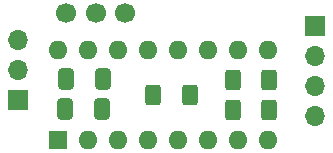
<source format=gbr>
%TF.GenerationSoftware,KiCad,Pcbnew,7.0.6*%
%TF.CreationDate,2024-01-05T23:35:14+05:00*%
%TF.ProjectId,FSKmodem,46534b6d-6f64-4656-9d2e-6b696361645f,rev?*%
%TF.SameCoordinates,Original*%
%TF.FileFunction,Soldermask,Bot*%
%TF.FilePolarity,Negative*%
%FSLAX46Y46*%
G04 Gerber Fmt 4.6, Leading zero omitted, Abs format (unit mm)*
G04 Created by KiCad (PCBNEW 7.0.6) date 2024-01-05 23:35:14*
%MOMM*%
%LPD*%
G01*
G04 APERTURE LIST*
G04 Aperture macros list*
%AMRoundRect*
0 Rectangle with rounded corners*
0 $1 Rounding radius*
0 $2 $3 $4 $5 $6 $7 $8 $9 X,Y pos of 4 corners*
0 Add a 4 corners polygon primitive as box body*
4,1,4,$2,$3,$4,$5,$6,$7,$8,$9,$2,$3,0*
0 Add four circle primitives for the rounded corners*
1,1,$1+$1,$2,$3*
1,1,$1+$1,$4,$5*
1,1,$1+$1,$6,$7*
1,1,$1+$1,$8,$9*
0 Add four rect primitives between the rounded corners*
20,1,$1+$1,$2,$3,$4,$5,0*
20,1,$1+$1,$4,$5,$6,$7,0*
20,1,$1+$1,$6,$7,$8,$9,0*
20,1,$1+$1,$8,$9,$2,$3,0*%
G04 Aperture macros list end*
%ADD10R,1.700000X1.700000*%
%ADD11O,1.700000X1.700000*%
%ADD12R,1.600000X1.600000*%
%ADD13O,1.600000X1.600000*%
%ADD14C,1.700000*%
%ADD15RoundRect,0.250000X-0.400000X-0.625000X0.400000X-0.625000X0.400000X0.625000X-0.400000X0.625000X0*%
%ADD16RoundRect,0.250000X0.412500X0.650000X-0.412500X0.650000X-0.412500X-0.650000X0.412500X-0.650000X0*%
G04 APERTURE END LIST*
D10*
%TO.C,SV2*%
X128975000Y-67282500D03*
D11*
X128975000Y-69822500D03*
X128975000Y-72362500D03*
X128975000Y-74902500D03*
%TD*%
D12*
%TO.C,IC1*%
X107240900Y-76945800D03*
D13*
X109780900Y-76945800D03*
X112320900Y-76945800D03*
X114860900Y-76945800D03*
X117400900Y-76945800D03*
X119940900Y-76945800D03*
X122480900Y-76945800D03*
X125020900Y-76945800D03*
X125020900Y-69325800D03*
X122480900Y-69325800D03*
X119940900Y-69325800D03*
X117400900Y-69325800D03*
X114860900Y-69325800D03*
X112320900Y-69325800D03*
X109780900Y-69325800D03*
X107240900Y-69325800D03*
%TD*%
D10*
%TO.C,SV1*%
X103825480Y-73528788D03*
D11*
X103825480Y-70988788D03*
X103825480Y-68448788D03*
%TD*%
D14*
%TO.C,Q1*%
X112920606Y-66213256D03*
X110420606Y-66213256D03*
X107920606Y-66213256D03*
%TD*%
D15*
%TO.C,R2*%
X122015594Y-74404922D03*
X125115594Y-74404922D03*
%TD*%
%TO.C,R1*%
X121996163Y-71833726D03*
X125096163Y-71833726D03*
%TD*%
%TO.C,R3*%
X115270319Y-73104680D03*
X118370319Y-73104680D03*
%TD*%
D16*
%TO.C,C2*%
X111008000Y-71760200D03*
X107883000Y-71760200D03*
%TD*%
%TO.C,C1*%
X110961400Y-74349400D03*
X107836400Y-74349400D03*
%TD*%
M02*

</source>
